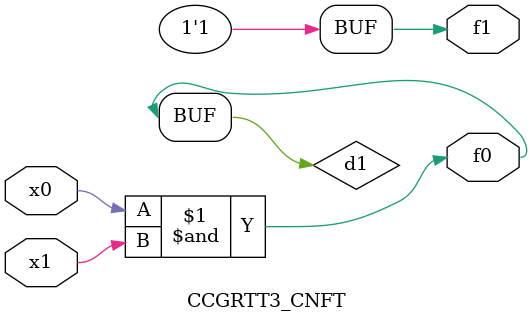
<source format=v>
module CCGRTT3_CNFT(
	input x0, x1,
	output f0, f1
);

	wire d1;

	assign f0 = d1;
	and (d1, x0, x1);
	assign f1 = 1'b1;
endmodule

</source>
